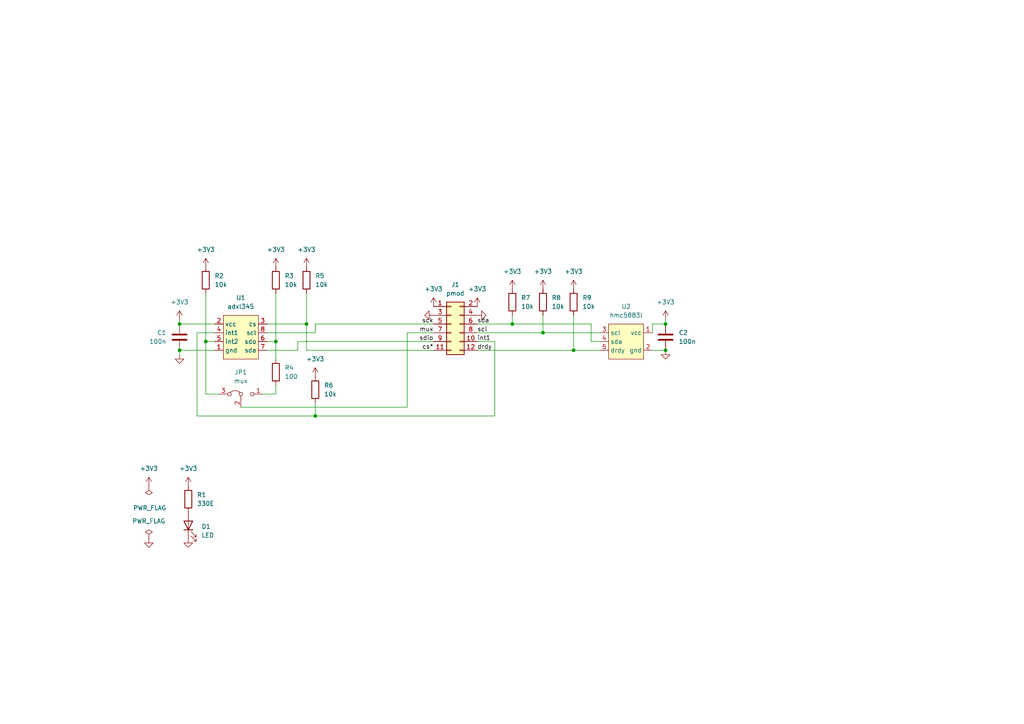
<source format=kicad_sch>
(kicad_sch (version 20230121) (generator eeschema)
  (paper "A4")
  (title_block (title "accl-magn-pmod") (date "2023-03-05") (rev "1.0") (company "S59MZ"))
  (lib_symbols
    (symbol "Connector_Generic:Conn_02x06_Odd_Even" (pin_names (offset 1.016) hide)
      (property "Reference" "J" (at 1.27 7.62 0))
      (property "Value" "Conn_02x06_Odd_Even" (at 1.27 -10.16 0))
      (symbol "Conn_02x06_Odd_Even_1_1"
        (rectangle (start -1.27 -7.493) (end 0 -7.747) (stroke (width 0.1524)))
        (rectangle (start -1.27 -4.953) (end 0 -5.207) (stroke (width 0.1524)))
        (rectangle (start -1.27 -2.413) (end 0 -2.667) (stroke (width 0.1524)))
        (rectangle (start -1.27 0.127) (end 0 -0.127) (stroke (width 0.1524)))
        (rectangle (start -1.27 2.667) (end 0 2.413) (stroke (width 0.1524)))
        (rectangle (start -1.27 5.207) (end 0 4.953) (stroke (width 0.1524)))
        (rectangle (start -1.27 6.35) (end 3.81 -8.89) (stroke (width 0.254)) (fill (type background)))
        (rectangle (start 3.81 -7.493) (end 2.54 -7.747) (stroke (width 0.1524)))
        (rectangle (start 3.81 -4.953) (end 2.54 -5.207) (stroke (width 0.1524)))
        (rectangle (start 3.81 -2.413) (end 2.54 -2.667) (stroke (width 0.1524)))
        (rectangle (start 3.81 0.127) (end 2.54 -0.127) (stroke (width 0.1524)))
        (rectangle (start 3.81 2.667) (end 2.54 2.413) (stroke (width 0.1524)))
        (rectangle (start 3.81 5.207) (end 2.54 4.953) (stroke (width 0.1524)))
        (pin passive line (at -5.08 5.08 0) (length 3.81) (name "Pin_1") (number "1"))
        (pin passive line (at 7.62 -5.08 180) (length 3.81) (name "Pin_10") (number "10"))
        (pin passive line (at -5.08 -7.62 0) (length 3.81) (name "Pin_11") (number "11"))
        (pin passive line (at 7.62 -7.62 180) (length 3.81) (name "Pin_12") (number "12"))
        (pin passive line (at 7.62 5.08 180) (length 3.81) (name "Pin_2") (number "2"))
        (pin passive line (at -5.08 2.54 0) (length 3.81) (name "Pin_3") (number "3"))
        (pin passive line (at 7.62 2.54 180) (length 3.81) (name "Pin_4") (number "4"))
        (pin passive line (at -5.08 0 0) (length 3.81) (name "Pin_5") (number "5"))
        (pin passive line (at 7.62 0 180) (length 3.81) (name "Pin_6") (number "6"))
        (pin passive line (at -5.08 -2.54 0) (length 3.81) (name "Pin_7") (number "7"))
        (pin passive line (at 7.62 -2.54 180) (length 3.81) (name "Pin_8") (number "8"))
        (pin passive line (at -5.08 -5.08 0) (length 3.81) (name "Pin_9") (number "9"))
      )
    )
    (symbol "Device:C" (pin_numbers hide) (pin_names (offset 0.254))
      (property "Reference" "C" (at 0.635 2.54 0))
      (property "Value" "C" (at 0.635 -2.54 0))
      (symbol "C_0_1"
        (polyline (pts (xy -2.032 -0.762) (xy 2.032 -0.762)) (stroke (width 0.508)))
        (polyline (pts (xy -2.032 0.762) (xy 2.032 0.762)) (stroke (width 0.508)))
      )
      (symbol "C_1_1"
        (pin passive line (at 0 3.81 270) (length 2.794) (name "~") (number "1"))
        (pin passive line (at 0 -3.81 90) (length 2.794) (name "~") (number "2"))
      )
    )
    (symbol "Device:LED" (pin_numbers hide) (pin_names (offset 1.016) hide)
      (property "Reference" "D" (at 0 2.54 0))
      (property "Value" "LED" (at 0 -2.54 0))
      (symbol "LED_0_1"
        (polyline (pts (xy -1.27 -1.27) (xy -1.27 1.27)) (stroke (width 0.254)))
        (polyline (pts (xy -1.27 0) (xy 1.27 0)))
        (polyline (pts (xy 1.27 -1.27) (xy 1.27 1.27) (xy -1.27 0) (xy 1.27 -1.27)) (stroke (width 0.254)))
        (polyline (pts (xy -3.048 -0.762) (xy -4.572 -2.286) (xy -3.81 -2.286) (xy -4.572 -2.286) (xy -4.572 -1.524)))
        (polyline (pts (xy -1.778 -0.762) (xy -3.302 -2.286) (xy -2.54 -2.286) (xy -3.302 -2.286) (xy -3.302 -1.524)))
      )
      (symbol "LED_1_1"
        (pin passive line (at -3.81 0 0) (length 2.54) (name "K") (number "1"))
        (pin passive line (at 3.81 0 180) (length 2.54) (name "A") (number "2"))
      )
    )
    (symbol "Device:R" (pin_numbers hide) (pin_names (offset 0))
      (property "Reference" "R" (at 2.032 0 90))
      (property "Value" "R" (at 0 0 90))
      (symbol "R_0_1"
        (rectangle (start -1.016 -2.54) (end 1.016 2.54) (stroke (width 0.254)))
      )
      (symbol "R_1_1"
        (pin passive line (at 0 3.81 270) (length 1.27) (name "~") (number "1"))
        (pin passive line (at 0 -3.81 90) (length 1.27) (name "~") (number "2"))
      )
    )
    (symbol "Library:Jumper_3_Bridged12" (pin_names (offset 0) hide)
      (property "Reference" "JP?" (at 1.27 6.35 0))
      (property "Value" "Jumper_3_Bridged12" (at 1.27 3.81 0))
      (symbol "Jumper_3_Bridged12_0_0"
        (circle (center -3.302 0) (radius 0.508))
        (circle (center 0 0) (radius 0.508))
        (circle (center 3.302 0) (radius 0.508))
      )
      (symbol "Jumper_3_Bridged12_0_1"
        (arc (start -0.254 0.508) (mid -1.651 0.9912) (end -3.048 0.508))
        (polyline (pts (xy 0 -1.27) (xy 0 -0.508)))
      )
      (symbol "Jumper_3_Bridged12_1_1"
        (pin passive line (at 6.35 0 180) (length 2.54) (name "B") (number "1"))
        (pin passive line (at 0 -3.81 90) (length 2.54) (name "C") (number "2"))
        (pin passive line (at -6.35 0 0) (length 2.54) (name "A") (number "3"))
      )
    )
    (symbol "Library:adxl345"
      (property "Reference" "U" (at 0 2.54 0))
      (property "Value" "adxl345" (at 0 0 0))
      (symbol "adxl345_0_1"
        (rectangle (start -5.08 -2.54) (end 5.08 -15.24) (fill (type background)))
      )
      (symbol "adxl345_1_1"
        (pin power_in line (at 7.62 -12.7 180) (length 2.54) (name "gnd") (number "1"))
        (pin power_in line (at 7.62 -5.08 180) (length 2.54) (name "vcc") (number "2"))
        (pin input line (at -7.62 -5.08 0) (length 2.54) (name "cs") (number "3"))
        (pin bidirectional line (at 7.62 -7.62 180) (length 2.54) (name "int1") (number "4"))
        (pin bidirectional line (at 7.62 -10.16 180) (length 2.54) (name "int2") (number "5"))
        (pin output line (at -7.62 -10.16 0) (length 2.54) (name "sdo") (number "6"))
        (pin input line (at -7.62 -12.7 0) (length 2.54) (name "sda") (number "7"))
        (pin input line (at -7.62 -7.62 0) (length 2.54) (name "scl") (number "8"))
      )
    )
    (symbol "Library:hmc5883l"
      (property "Reference" "U" (at 0 2.54 0))
      (property "Value" "hmc5883l" (at 0 0 0))
      (symbol "hmc5883l_0_1"
        (rectangle (start -5.08 -2.54) (end 5.08 -12.7) (fill (type background)))
      )
      (symbol "hmc5883l_1_1"
        (pin power_in line (at 7.62 -5.08 180) (length 2.54) (name "vcc") (number "1"))
        (pin power_in line (at 7.62 -10.16 180) (length 2.54) (name "gnd") (number "2"))
        (pin input line (at -7.62 -5.08 0) (length 2.54) (name "scl") (number "3"))
        (pin bidirectional line (at -7.62 -7.62 0) (length 2.54) (name "sda") (number "4"))
        (pin output line (at -7.62 -10.16 0) (length 2.54) (name "drdy") (number "5"))
      )
    )
    (symbol "power:+3V3" (power) (pin_names (offset 0))
      (property "Value" "+3V3" (at 0 3.556 0))
      (symbol "+3V3_0_1"
        (polyline (pts (xy -0.762 1.27) (xy 0 2.54)))
        (polyline (pts (xy 0 0) (xy 0 2.54)))
        (polyline (pts (xy 0 2.54) (xy 0.762 1.27)))
      )
      (symbol "+3V3_1_1"
        (pin power_in line (at 0 0 90) (length 0) hide (name "+3V3") (number "1"))
      )
    )
    (symbol "power:GND" (power) (pin_names (offset 0))
      (property "Value" "GND" (at 0 -3.81 0))
      (symbol "GND_0_1"
        (polyline (pts (xy 0 0) (xy 0 -1.27) (xy 1.27 -1.27) (xy 0 -2.54) (xy -1.27 -1.27) (xy 0 -1.27)))
      )
      (symbol "GND_1_1"
        (pin power_in line (at 0 0 270) (length 0) hide (name "GND") (number "1"))
      )
    )
    (symbol "power:PWR_FLAG" (power) (pin_numbers hide) (pin_names (offset 0) hide)
      (property "Value" "PWR_FLAG" (at 0 3.81 0))
      (symbol "PWR_FLAG_0_0"
        (pin power_out line (at 0 0 90) (length 0) (name "pwr") (number "1"))
      )
      (symbol "PWR_FLAG_0_1"
        (polyline (pts (xy 0 0) (xy 0 1.27) (xy -1.016 1.905) (xy 0 2.54) (xy 1.016 1.905) (xy 0 1.27)))
      )
    )
  )
  (junction (at 91.44 120.65))
  (junction (at 166.37 101.6))
  (junction (at 193.04 101.6))
  (junction (at 157.48 96.52))
  (junction (at 52.07 101.6))
  (junction (at 52.07 93.98))
  (junction (at 148.59 93.98))
  (junction (at 193.04 93.98))
  (junction (at 88.9 93.98))
  (junction (at 80.01 99.06))
  (junction (at 59.69 99.06))
  (wire (pts (xy 166.37 101.6) (xy 173.99 101.6)))
  (wire (pts (xy 148.59 91.44) (xy 148.59 93.98)))
  (wire (pts (xy 52.07 92.71) (xy 52.07 93.98)))
  (wire (pts (xy 77.47 101.6) (xy 86.36 101.6)))
  (wire (pts (xy 86.36 101.6) (xy 86.36 99.06)))
  (wire (pts (xy 80.01 111.76) (xy 80.01 114.3)))
  (wire (pts (xy 157.48 91.44) (xy 157.48 96.52)))
  (wire (pts (xy 138.43 96.52) (xy 157.48 96.52)))
  (wire (pts (xy 189.23 93.98) (xy 193.04 93.98)))
  (wire (pts (xy 91.44 116.84) (xy 91.44 120.65)))
  (wire (pts (xy 91.44 96.52) (xy 91.44 93.98)))
  (wire (pts (xy 193.04 92.71) (xy 193.04 93.98)))
  (wire (pts (xy 80.01 85.09) (xy 80.01 99.06)))
  (wire (pts (xy 189.23 101.6) (xy 193.04 101.6)))
  (wire (pts (xy 77.47 96.52) (xy 91.44 96.52)))
  (wire (pts (xy 59.69 99.06) (xy 59.69 114.3)))
  (wire (pts (xy 80.01 99.06) (xy 80.01 104.14)))
  (wire (pts (xy 88.9 93.98) (xy 88.9 101.6)))
  (wire (pts (xy 59.69 85.09) (xy 59.69 99.06)))
  (wire (pts (xy 69.85 118.11) (xy 118.11 118.11)))
  (wire (pts (xy 77.47 93.98) (xy 88.9 93.98)))
  (wire (pts (xy 138.43 99.06) (xy 143.51 99.06)))
  (wire (pts (xy 57.15 96.52) (xy 57.15 120.65)))
  (wire (pts (xy 138.43 101.6) (xy 166.37 101.6)))
  (wire (pts (xy 80.01 114.3) (xy 76.2 114.3)))
  (wire (pts (xy 88.9 101.6) (xy 125.73 101.6)))
  (wire (pts (xy 86.36 99.06) (xy 125.73 99.06)))
  (wire (pts (xy 171.45 93.98) (xy 148.59 93.98)))
  (wire (pts (xy 157.48 96.52) (xy 173.99 96.52)))
  (wire (pts (xy 59.69 114.3) (xy 63.5 114.3)))
  (wire (pts (xy 171.45 99.06) (xy 171.45 93.98)))
  (wire (pts (xy 189.23 96.52) (xy 189.23 93.98)))
  (wire (pts (xy 62.23 93.98) (xy 52.07 93.98)))
  (wire (pts (xy 62.23 101.6) (xy 52.07 101.6)))
  (wire (pts (xy 62.23 99.06) (xy 59.69 99.06)))
  (wire (pts (xy 148.59 93.98) (xy 138.43 93.98)))
  (wire (pts (xy 91.44 120.65) (xy 143.51 120.65)))
  (wire (pts (xy 88.9 85.09) (xy 88.9 93.98)))
  (wire (pts (xy 118.11 118.11) (xy 118.11 96.52)))
  (wire (pts (xy 118.11 96.52) (xy 125.73 96.52)))
  (wire (pts (xy 173.99 99.06) (xy 171.45 99.06)))
  (wire (pts (xy 62.23 96.52) (xy 57.15 96.52)))
  (wire (pts (xy 166.37 91.44) (xy 166.37 101.6)))
  (wire (pts (xy 57.15 120.65) (xy 91.44 120.65)))
  (wire (pts (xy 52.07 102.87) (xy 52.07 101.6)))
  (wire (pts (xy 77.47 99.06) (xy 80.01 99.06)))
  (wire (pts (xy 91.44 93.98) (xy 125.73 93.98)))
  (wire (pts (xy 143.51 120.65) (xy 143.51 99.06)))
  (label "scl" (at 138.43 96.52 0))
  (label "sda" (at 138.43 93.98 0))
  (label "cs*" (at 125.73 101.6 180))
  (label "sck" (at 125.73 93.98 180))
  (label "sdio" (at 125.73 99.06 180))
  (label "mux" (at 125.73 96.52 180))
  (label "drdy" (at 138.43 101.6 0))
  (label "int1" (at 138.43 99.06 0))
  (symbol (lib_id "Device:R") (at 54.61 144.78 0) (unit 1)
    (property "Reference" "R1" (at 57.15 143.5099 0) (effects (justify left)))
    (property "Value" "330E" (at 57.15 146.0499 0) (effects (justify left)))
    (property "Footprint" "Resistor_SMD:R_0603_1608Metric_Pad0.98x0.95mm_HandSolder" (effects hide))
  )
  (symbol (lib_id "power:GND") (at 138.43 91.44 90) (unit 1)
    (property "Reference" "#PWR014" (effects hide))
    (property "Value" "GND" (effects hide))
  )
  (symbol (lib_id "power:+3V3") (at 59.69 77.47 0) (unit 1)
    (property "Reference" "#PWR07" (effects hide))
    (property "Value" "+3V3" (at 59.69 72.39 0))
  )
  (symbol (lib_id "power:GND") (at 43.18 156.21 0) (unit 1)
    (property "Reference" "#PWR02" (effects hide))
    (property "Value" "GND" (effects hide))
  )
  (symbol (lib_id "power:+3V3") (at 193.04 92.71 0) (unit 1)
    (property "Reference" "#PWR018" (effects hide))
    (property "Value" "+3V3" (at 193.04 87.63 0))
  )
  (symbol (lib_id "Device:R") (at 148.59 87.63 0) (unit 1)
    (property "Reference" "R7" (at 151.13 86.3599 0) (effects (justify left)))
    (property "Value" "10k" (at 151.13 88.8999 0) (effects (justify left)))
    (property "Footprint" "Resistor_SMD:R_0603_1608Metric_Pad0.98x0.95mm_HandSolder" (effects hide))
  )
  (symbol (lib_id "Device:R") (at 59.69 81.28 0) (unit 1)
    (property "Reference" "R2" (at 62.23 80.0099 0) (effects (justify left)))
    (property "Value" "10k" (at 62.23 82.5499 0) (effects (justify left)))
    (property "Footprint" "Resistor_SMD:R_0603_1608Metric_Pad0.98x0.95mm_HandSolder" (effects hide))
  )
  (symbol (lib_id "Device:R") (at 157.48 87.63 0) (unit 1)
    (property "Reference" "R8" (at 160.02 86.3599 0) (effects (justify left)))
    (property "Value" "10k" (at 160.02 88.8999 0) (effects (justify left)))
    (property "Footprint" "Resistor_SMD:R_0603_1608Metric_Pad0.98x0.95mm_HandSolder" (effects hide))
  )
  (symbol (lib_id "Device:R") (at 80.01 107.95 0) (unit 1)
    (property "Reference" "R4" (at 82.55 106.6799 0) (effects (justify left)))
    (property "Value" "100" (at 82.55 109.2199 0) (effects (justify left)))
    (property "Footprint" "Resistor_SMD:R_0603_1608Metric_Pad0.98x0.95mm_HandSolder" (effects hide))
  )
  (symbol (lib_id "Device:R") (at 88.9 81.28 0) (unit 1)
    (property "Reference" "R5" (at 91.44 80.0099 0) (effects (justify left)))
    (property "Value" "10k" (at 91.44 82.5499 0) (effects (justify left)))
    (property "Footprint" "Resistor_SMD:R_0603_1608Metric_Pad0.98x0.95mm_HandSolder" (effects hide))
  )
  (symbol (lib_id "power:GND") (at 54.61 156.21 0) (unit 1)
    (property "Reference" "#PWR06" (effects hide))
    (property "Value" "GND" (effects hide))
  )
  (symbol (lib_id "power:+3V3") (at 43.18 140.97 0) (unit 1)
    (property "Reference" "#PWR01" (effects hide))
    (property "Value" "+3V3" (at 43.18 135.89 0))
  )
  (symbol (lib_id "Library:adxl345") (at 69.85 88.9 0) (mirror y) (unit 1)
    (property "Reference" "U1" (at 69.85 86.36 0))
    (property "Value" "adxl345" (at 69.85 88.9 0))
    (property "Footprint" "Library:adxl345" (effects hide))
  )
  (symbol (lib_id "power:PWR_FLAG") (at 43.18 156.21 0) (unit 1)
    (property "Reference" "#FLG02" (effects hide))
    (property "Value" "PWR_FLAG" (at 43.18 151.13 0))
  )
  (symbol (lib_id "power:+3V3") (at 148.59 83.82 0) (unit 1)
    (property "Reference" "#PWR015" (effects hide))
    (property "Value" "+3V3" (at 148.59 78.74 0))
  )
  (symbol (lib_id "power:GND") (at 125.73 91.44 270) (mirror x) (unit 1)
    (property "Reference" "#PWR012" (effects hide))
    (property "Value" "GND" (effects hide))
  )
  (symbol (lib_id "Device:R") (at 166.37 87.63 0) (unit 1)
    (property "Reference" "R9" (at 168.91 86.3599 0) (effects (justify left)))
    (property "Value" "10k" (at 168.91 88.8999 0) (effects (justify left)))
    (property "Footprint" "Resistor_SMD:R_0603_1608Metric_Pad0.98x0.95mm_HandSolder" (effects hide))
  )
  (symbol (lib_id "power:GND") (at 193.04 101.6 0) (unit 1)
    (property "Reference" "#PWR019" (effects hide))
    (property "Value" "GND" (effects hide))
  )
  (symbol (lib_id "Device:R") (at 91.44 113.03 0) (unit 1)
    (property "Reference" "R6" (at 93.98 111.7599 0) (effects (justify left)))
    (property "Value" "10k" (at 93.98 114.2999 0) (effects (justify left)))
    (property "Footprint" "Resistor_SMD:R_0603_1608Metric_Pad0.98x0.95mm_HandSolder" (effects hide))
  )
  (symbol (lib_id "power:+3V3") (at 54.61 140.97 0) (unit 1)
    (property "Reference" "#PWR05" (effects hide))
    (property "Value" "+3V3" (at 54.61 135.89 0))
  )
  (symbol (lib_id "Library:hmc5883l") (at 181.61 91.44 0) (unit 1)
    (property "Reference" "U2" (at 181.61 88.9 0))
    (property "Value" "hmc5883l" (at 181.61 91.44 0))
    (property "Footprint" "Library:hmc5883l" (effects hide))
  )
  (symbol (lib_id "Device:C") (at 52.07 97.79 0) (mirror y) (unit 1)
    (property "Reference" "C1" (at 48.26 96.5199 0) (effects (justify left)))
    (property "Value" "100n" (at 48.26 99.0599 0) (effects (justify left)))
    (property "Footprint" "Capacitor_SMD:C_0603_1608Metric_Pad1.08x0.95mm_HandSolder" (effects hide))
  )
  (symbol (lib_id "Device:LED") (at 54.61 152.4 90) (unit 1)
    (property "Reference" "D1" (at 58.42 152.7174 90) (effects (justify right)))
    (property "Value" "LED" (at 58.42 155.2574 90) (effects (justify right)))
    (property "Footprint" "LED_SMD:LED_0603_1608Metric_Pad1.05x0.95mm_HandSolder" (effects hide))
  )
  (symbol (lib_id "power:+3V3") (at 166.37 83.82 0) (unit 1)
    (property "Reference" "#PWR017" (effects hide))
    (property "Value" "+3V3" (at 166.37 78.74 0))
  )
  (symbol (lib_id "power:+3V3") (at 138.43 88.9 0) (unit 1)
    (property "Reference" "#PWR013" (effects hide))
    (property "Value" "+3V3" (at 138.43 83.82 0))
  )
  (symbol (lib_id "Library:Jumper_3_Bridged12") (at 69.85 114.3 0) (unit 1)
    (property "Reference" "JP1" (at 69.85 107.95 0))
    (property "Value" "mux" (at 69.85 110.49 0))
    (property "Footprint" "Connector_PinHeader_2.54mm:PinHeader_1x03_P2.54mm_Vertical" (effects hide))
  )
  (symbol (lib_id "power:+3V3") (at 157.48 83.82 0) (unit 1)
    (property "Reference" "#PWR016" (effects hide))
    (property "Value" "+3V3" (at 157.48 78.74 0))
  )
  (symbol (lib_id "power:+3V3") (at 52.07 92.71 0) (mirror y) (unit 1)
    (property "Reference" "#PWR03" (effects hide))
    (property "Value" "+3V3" (at 52.07 87.63 0))
  )
  (symbol (lib_id "power:+3V3") (at 80.01 77.47 0) (unit 1)
    (property "Reference" "#PWR08" (effects hide))
    (property "Value" "+3V3" (at 80.01 72.39 0))
  )
  (symbol (lib_id "power:GND") (at 52.07 102.87 0) (mirror y) (unit 1)
    (property "Reference" "#PWR04" (effects hide))
    (property "Value" "GND" (effects hide))
  )
  (symbol (lib_id "Device:C") (at 193.04 97.79 0) (unit 1)
    (property "Reference" "C2" (at 196.85 96.5199 0) (effects (justify left)))
    (property "Value" "100n" (at 196.85 99.0599 0) (effects (justify left)))
    (property "Footprint" "Capacitor_SMD:C_0603_1608Metric_Pad1.08x0.95mm_HandSolder" (effects hide))
  )
  (symbol (lib_id "power:+3V3") (at 125.73 88.9 0) (unit 1)
    (property "Reference" "#PWR011" (effects hide))
    (property "Value" "+3V3" (at 125.73 83.82 0))
  )
  (symbol (lib_id "Device:R") (at 80.01 81.28 0) (unit 1)
    (property "Reference" "R3" (at 82.55 80.0099 0) (effects (justify left)))
    (property "Value" "10k" (at 82.55 82.5499 0) (effects (justify left)))
    (property "Footprint" "Resistor_SMD:R_0603_1608Metric_Pad0.98x0.95mm_HandSolder" (effects hide))
  )
  (symbol (lib_id "Connector_Generic:Conn_02x06_Odd_Even") (at 130.81 93.98 0) (unit 1)
    (property "Reference" "J1" (at 132.08 82.55 0))
    (property "Value" "pmod" (at 132.08 85.09 0))
    (property "Footprint" "Library:PinHeader_2x06_P2.54mm_Horizontal" (effects hide))
  )
  (symbol (lib_id "power:+3V3") (at 88.9 77.47 0) (unit 1)
    (property "Reference" "#PWR09" (effects hide))
    (property "Value" "+3V3" (at 88.9 72.39 0))
  )
  (symbol (lib_id "power:+3V3") (at 91.44 109.22 0) (unit 1)
    (property "Reference" "#PWR010" (effects hide))
    (property "Value" "+3V3" (at 91.44 104.14 0))
  )
  (symbol (lib_id "power:PWR_FLAG") (at 43.18 140.97 0) (mirror x) (unit 1)
    (property "Reference" "#FLG01" (effects hide))
    (property "Value" "PWR_FLAG" (at 48.26 147.32 0) (effects (justify right)))
  )
)
</source>
